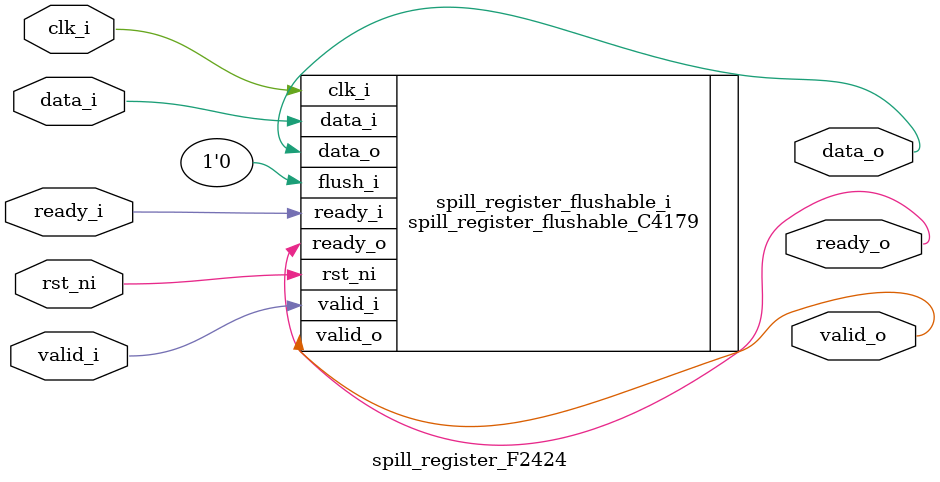
<source format=v>
module spill_register_497C2_3F032 (
	clk_i,
	rst_ni,
	valid_i,
	ready_o,
	data_i,
	valid_o,
	ready_i,
	data_o
);
	parameter [31:0] T_SelectWidth = 0;
	parameter [0:0] Bypass = 1'b0;
	input wire clk_i;
	input wire rst_ni;
	input wire valid_i;
	output wire ready_o;
	input wire [T_SelectWidth - 1:0] data_i;
	output wire valid_o;
	input wire ready_i;
	output wire [T_SelectWidth - 1:0] data_o;
	spill_register_flushable_ECCE9_D4EC8 #(
		.T_T_SelectWidth(T_SelectWidth),
		.Bypass(Bypass)
	) spill_register_flushable_i(
		.clk_i(clk_i),
		.rst_ni(rst_ni),
		.valid_i(valid_i),
		.flush_i(1'b0),
		.ready_o(ready_o),
		.data_i(data_i),
		.valid_o(valid_o),
		.ready_i(ready_i),
		.data_o(data_o)
	);
endmodule
module spill_register_F2424 (
	clk_i,
	rst_ni,
	valid_i,
	ready_o,
	data_i,
	valid_o,
	ready_i,
	data_o
);
	parameter [0:0] Bypass = 1'b0;
	input wire clk_i;
	input wire rst_ni;
	input wire valid_i;
	output wire ready_o;
	input wire data_i;
	output wire valid_o;
	input wire ready_i;
	output wire data_o;
	spill_register_flushable_C4179 #(.Bypass(Bypass)) spill_register_flushable_i(
		.clk_i(clk_i),
		.rst_ni(rst_ni),
		.valid_i(valid_i),
		.flush_i(1'b0),
		.ready_o(ready_o),
		.data_i(data_i),
		.valid_o(valid_o),
		.ready_i(ready_i),
		.data_o(data_o)
	);
endmodule

</source>
